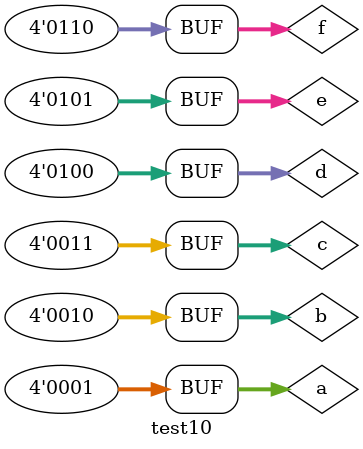
<source format=v>
module test10;
	reg [3:0]a,b,c,d,e,f;
	initial 
		$monitor ($time ,"a = %d b = %d c = %d d = %d e = %d f = %d",a,b,c,d,e,f);
	initial
	begin
		#1 a = 4'd01;//1
		#3 b = 4'd02;//4
		#2 c = 4'd03;//6
	end
	initial
	begin
		#3 d= 4'd04;//3
		#1 e = 4'd05;//4
		#4 f = 4'd06;//8
	end
endmodule 
</source>
